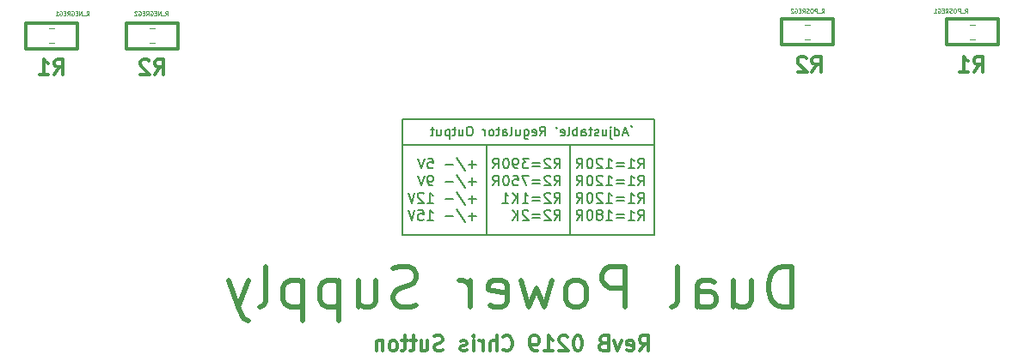
<source format=gbr>
G04 #@! TF.GenerationSoftware,KiCad,Pcbnew,(5.0.0-3-g5ebb6b6)*
G04 #@! TF.CreationDate,2019-01-11T00:48:24+00:00*
G04 #@! TF.ProjectId,AdjustablePSU,41646A75737461626C655053552E6B69,rev?*
G04 #@! TF.SameCoordinates,Original*
G04 #@! TF.FileFunction,Legend,Bot*
G04 #@! TF.FilePolarity,Positive*
%FSLAX46Y46*%
G04 Gerber Fmt 4.6, Leading zero omitted, Abs format (unit mm)*
G04 Created by KiCad (PCBNEW (5.0.0-3-g5ebb6b6)) date Friday, 11 January 2019 at 00:48:24*
%MOMM*%
%LPD*%
G01*
G04 APERTURE LIST*
%ADD10C,0.300000*%
%ADD11C,0.500000*%
%ADD12C,0.200000*%
%ADD13C,0.120000*%
%ADD14C,0.075000*%
G04 APERTURE END LIST*
D10*
X161125714Y-125773571D02*
X161625714Y-125059285D01*
X161982857Y-125773571D02*
X161982857Y-124273571D01*
X161411428Y-124273571D01*
X161268571Y-124345000D01*
X161197142Y-124416428D01*
X161125714Y-124559285D01*
X161125714Y-124773571D01*
X161197142Y-124916428D01*
X161268571Y-124987857D01*
X161411428Y-125059285D01*
X161982857Y-125059285D01*
X159911428Y-125702142D02*
X160054285Y-125773571D01*
X160340000Y-125773571D01*
X160482857Y-125702142D01*
X160554285Y-125559285D01*
X160554285Y-124987857D01*
X160482857Y-124845000D01*
X160340000Y-124773571D01*
X160054285Y-124773571D01*
X159911428Y-124845000D01*
X159840000Y-124987857D01*
X159840000Y-125130714D01*
X160554285Y-125273571D01*
X159340000Y-124773571D02*
X158982857Y-125773571D01*
X158625714Y-124773571D01*
X157554285Y-124987857D02*
X157340000Y-125059285D01*
X157268571Y-125130714D01*
X157197142Y-125273571D01*
X157197142Y-125487857D01*
X157268571Y-125630714D01*
X157340000Y-125702142D01*
X157482857Y-125773571D01*
X158054285Y-125773571D01*
X158054285Y-124273571D01*
X157554285Y-124273571D01*
X157411428Y-124345000D01*
X157340000Y-124416428D01*
X157268571Y-124559285D01*
X157268571Y-124702142D01*
X157340000Y-124845000D01*
X157411428Y-124916428D01*
X157554285Y-124987857D01*
X158054285Y-124987857D01*
X155125714Y-124273571D02*
X154982857Y-124273571D01*
X154840000Y-124345000D01*
X154768571Y-124416428D01*
X154697142Y-124559285D01*
X154625714Y-124845000D01*
X154625714Y-125202142D01*
X154697142Y-125487857D01*
X154768571Y-125630714D01*
X154840000Y-125702142D01*
X154982857Y-125773571D01*
X155125714Y-125773571D01*
X155268571Y-125702142D01*
X155340000Y-125630714D01*
X155411428Y-125487857D01*
X155482857Y-125202142D01*
X155482857Y-124845000D01*
X155411428Y-124559285D01*
X155340000Y-124416428D01*
X155268571Y-124345000D01*
X155125714Y-124273571D01*
X154054285Y-124416428D02*
X153982857Y-124345000D01*
X153840000Y-124273571D01*
X153482857Y-124273571D01*
X153340000Y-124345000D01*
X153268571Y-124416428D01*
X153197142Y-124559285D01*
X153197142Y-124702142D01*
X153268571Y-124916428D01*
X154125714Y-125773571D01*
X153197142Y-125773571D01*
X151768571Y-125773571D02*
X152625714Y-125773571D01*
X152197142Y-125773571D02*
X152197142Y-124273571D01*
X152340000Y-124487857D01*
X152482857Y-124630714D01*
X152625714Y-124702142D01*
X151054285Y-125773571D02*
X150768571Y-125773571D01*
X150625714Y-125702142D01*
X150554285Y-125630714D01*
X150411428Y-125416428D01*
X150340000Y-125130714D01*
X150340000Y-124559285D01*
X150411428Y-124416428D01*
X150482857Y-124345000D01*
X150625714Y-124273571D01*
X150911428Y-124273571D01*
X151054285Y-124345000D01*
X151125714Y-124416428D01*
X151197142Y-124559285D01*
X151197142Y-124916428D01*
X151125714Y-125059285D01*
X151054285Y-125130714D01*
X150911428Y-125202142D01*
X150625714Y-125202142D01*
X150482857Y-125130714D01*
X150411428Y-125059285D01*
X150340000Y-124916428D01*
X147697142Y-125630714D02*
X147768571Y-125702142D01*
X147982857Y-125773571D01*
X148125714Y-125773571D01*
X148340000Y-125702142D01*
X148482857Y-125559285D01*
X148554285Y-125416428D01*
X148625714Y-125130714D01*
X148625714Y-124916428D01*
X148554285Y-124630714D01*
X148482857Y-124487857D01*
X148340000Y-124345000D01*
X148125714Y-124273571D01*
X147982857Y-124273571D01*
X147768571Y-124345000D01*
X147697142Y-124416428D01*
X147054285Y-125773571D02*
X147054285Y-124273571D01*
X146411428Y-125773571D02*
X146411428Y-124987857D01*
X146482857Y-124845000D01*
X146625714Y-124773571D01*
X146840000Y-124773571D01*
X146982857Y-124845000D01*
X147054285Y-124916428D01*
X145697142Y-125773571D02*
X145697142Y-124773571D01*
X145697142Y-125059285D02*
X145625714Y-124916428D01*
X145554285Y-124845000D01*
X145411428Y-124773571D01*
X145268571Y-124773571D01*
X144768571Y-125773571D02*
X144768571Y-124773571D01*
X144768571Y-124273571D02*
X144840000Y-124345000D01*
X144768571Y-124416428D01*
X144697142Y-124345000D01*
X144768571Y-124273571D01*
X144768571Y-124416428D01*
X144125714Y-125702142D02*
X143982857Y-125773571D01*
X143697142Y-125773571D01*
X143554285Y-125702142D01*
X143482857Y-125559285D01*
X143482857Y-125487857D01*
X143554285Y-125345000D01*
X143697142Y-125273571D01*
X143911428Y-125273571D01*
X144054285Y-125202142D01*
X144125714Y-125059285D01*
X144125714Y-124987857D01*
X144054285Y-124845000D01*
X143911428Y-124773571D01*
X143697142Y-124773571D01*
X143554285Y-124845000D01*
X141768571Y-125702142D02*
X141554285Y-125773571D01*
X141197142Y-125773571D01*
X141054285Y-125702142D01*
X140982857Y-125630714D01*
X140911428Y-125487857D01*
X140911428Y-125345000D01*
X140982857Y-125202142D01*
X141054285Y-125130714D01*
X141197142Y-125059285D01*
X141482857Y-124987857D01*
X141625714Y-124916428D01*
X141697142Y-124845000D01*
X141768571Y-124702142D01*
X141768571Y-124559285D01*
X141697142Y-124416428D01*
X141625714Y-124345000D01*
X141482857Y-124273571D01*
X141125714Y-124273571D01*
X140911428Y-124345000D01*
X139625714Y-124773571D02*
X139625714Y-125773571D01*
X140268571Y-124773571D02*
X140268571Y-125559285D01*
X140197142Y-125702142D01*
X140054285Y-125773571D01*
X139840000Y-125773571D01*
X139697142Y-125702142D01*
X139625714Y-125630714D01*
X139125714Y-124773571D02*
X138554285Y-124773571D01*
X138911428Y-124273571D02*
X138911428Y-125559285D01*
X138840000Y-125702142D01*
X138697142Y-125773571D01*
X138554285Y-125773571D01*
X138268571Y-124773571D02*
X137697142Y-124773571D01*
X138054285Y-124273571D02*
X138054285Y-125559285D01*
X137982857Y-125702142D01*
X137840000Y-125773571D01*
X137697142Y-125773571D01*
X136982857Y-125773571D02*
X137125714Y-125702142D01*
X137197142Y-125630714D01*
X137268571Y-125487857D01*
X137268571Y-125059285D01*
X137197142Y-124916428D01*
X137125714Y-124845000D01*
X136982857Y-124773571D01*
X136768571Y-124773571D01*
X136625714Y-124845000D01*
X136554285Y-124916428D01*
X136482857Y-125059285D01*
X136482857Y-125487857D01*
X136554285Y-125630714D01*
X136625714Y-125702142D01*
X136768571Y-125773571D01*
X136982857Y-125773571D01*
X135840000Y-124773571D02*
X135840000Y-125773571D01*
X135840000Y-124916428D02*
X135768571Y-124845000D01*
X135625714Y-124773571D01*
X135411428Y-124773571D01*
X135268571Y-124845000D01*
X135197142Y-124987857D01*
X135197142Y-125773571D01*
D11*
X176113809Y-121443523D02*
X176113809Y-117443523D01*
X175161428Y-117443523D01*
X174590000Y-117634000D01*
X174209047Y-118014952D01*
X174018571Y-118395904D01*
X173828095Y-119157809D01*
X173828095Y-119729238D01*
X174018571Y-120491142D01*
X174209047Y-120872095D01*
X174590000Y-121253047D01*
X175161428Y-121443523D01*
X176113809Y-121443523D01*
X170399523Y-118776857D02*
X170399523Y-121443523D01*
X172113809Y-118776857D02*
X172113809Y-120872095D01*
X171923333Y-121253047D01*
X171542380Y-121443523D01*
X170970952Y-121443523D01*
X170590000Y-121253047D01*
X170399523Y-121062571D01*
X166780476Y-121443523D02*
X166780476Y-119348285D01*
X166970952Y-118967333D01*
X167351904Y-118776857D01*
X168113809Y-118776857D01*
X168494761Y-118967333D01*
X166780476Y-121253047D02*
X167161428Y-121443523D01*
X168113809Y-121443523D01*
X168494761Y-121253047D01*
X168685238Y-120872095D01*
X168685238Y-120491142D01*
X168494761Y-120110190D01*
X168113809Y-119919714D01*
X167161428Y-119919714D01*
X166780476Y-119729238D01*
X164304285Y-121443523D02*
X164685238Y-121253047D01*
X164875714Y-120872095D01*
X164875714Y-117443523D01*
X159732857Y-121443523D02*
X159732857Y-117443523D01*
X158209047Y-117443523D01*
X157828095Y-117634000D01*
X157637619Y-117824476D01*
X157447142Y-118205428D01*
X157447142Y-118776857D01*
X157637619Y-119157809D01*
X157828095Y-119348285D01*
X158209047Y-119538761D01*
X159732857Y-119538761D01*
X155161428Y-121443523D02*
X155542380Y-121253047D01*
X155732857Y-121062571D01*
X155923333Y-120681619D01*
X155923333Y-119538761D01*
X155732857Y-119157809D01*
X155542380Y-118967333D01*
X155161428Y-118776857D01*
X154590000Y-118776857D01*
X154209047Y-118967333D01*
X154018571Y-119157809D01*
X153828095Y-119538761D01*
X153828095Y-120681619D01*
X154018571Y-121062571D01*
X154209047Y-121253047D01*
X154590000Y-121443523D01*
X155161428Y-121443523D01*
X152494761Y-118776857D02*
X151732857Y-121443523D01*
X150970952Y-119538761D01*
X150209047Y-121443523D01*
X149447142Y-118776857D01*
X146399523Y-121253047D02*
X146780476Y-121443523D01*
X147542380Y-121443523D01*
X147923333Y-121253047D01*
X148113809Y-120872095D01*
X148113809Y-119348285D01*
X147923333Y-118967333D01*
X147542380Y-118776857D01*
X146780476Y-118776857D01*
X146399523Y-118967333D01*
X146209047Y-119348285D01*
X146209047Y-119729238D01*
X148113809Y-120110190D01*
X144494761Y-121443523D02*
X144494761Y-118776857D01*
X144494761Y-119538761D02*
X144304285Y-119157809D01*
X144113809Y-118967333D01*
X143732857Y-118776857D01*
X143351904Y-118776857D01*
X139161428Y-121253047D02*
X138590000Y-121443523D01*
X137637619Y-121443523D01*
X137256666Y-121253047D01*
X137066190Y-121062571D01*
X136875714Y-120681619D01*
X136875714Y-120300666D01*
X137066190Y-119919714D01*
X137256666Y-119729238D01*
X137637619Y-119538761D01*
X138399523Y-119348285D01*
X138780476Y-119157809D01*
X138970952Y-118967333D01*
X139161428Y-118586380D01*
X139161428Y-118205428D01*
X138970952Y-117824476D01*
X138780476Y-117634000D01*
X138399523Y-117443523D01*
X137447142Y-117443523D01*
X136875714Y-117634000D01*
X133447142Y-118776857D02*
X133447142Y-121443523D01*
X135161428Y-118776857D02*
X135161428Y-120872095D01*
X134970952Y-121253047D01*
X134590000Y-121443523D01*
X134018571Y-121443523D01*
X133637619Y-121253047D01*
X133447142Y-121062571D01*
X131542380Y-118776857D02*
X131542380Y-122776857D01*
X131542380Y-118967333D02*
X131161428Y-118776857D01*
X130399523Y-118776857D01*
X130018571Y-118967333D01*
X129828095Y-119157809D01*
X129637619Y-119538761D01*
X129637619Y-120681619D01*
X129828095Y-121062571D01*
X130018571Y-121253047D01*
X130399523Y-121443523D01*
X131161428Y-121443523D01*
X131542380Y-121253047D01*
X127923333Y-118776857D02*
X127923333Y-122776857D01*
X127923333Y-118967333D02*
X127542380Y-118776857D01*
X126780476Y-118776857D01*
X126399523Y-118967333D01*
X126209047Y-119157809D01*
X126018571Y-119538761D01*
X126018571Y-120681619D01*
X126209047Y-121062571D01*
X126399523Y-121253047D01*
X126780476Y-121443523D01*
X127542380Y-121443523D01*
X127923333Y-121253047D01*
X123732857Y-121443523D02*
X124113809Y-121253047D01*
X124304285Y-120872095D01*
X124304285Y-117443523D01*
X122589999Y-118776857D02*
X121637619Y-121443523D01*
X120685238Y-118776857D02*
X121637619Y-121443523D01*
X122018571Y-122395904D01*
X122209047Y-122586380D01*
X122589999Y-122776857D01*
D12*
X154305000Y-114300000D02*
X154305000Y-105410000D01*
X146050000Y-114300000D02*
X146050000Y-105410000D01*
X162560000Y-114300000D02*
X162560000Y-102870000D01*
X137795000Y-114300000D02*
X137795000Y-102870000D01*
X137795000Y-105410000D02*
X162560000Y-105410000D01*
X137795000Y-102870000D02*
X162560000Y-102870000D01*
X137795000Y-114300000D02*
X162560000Y-114300000D01*
X160352142Y-103690000D02*
X160352142Y-103647142D01*
X160309285Y-103561428D01*
X160266428Y-103518571D01*
X159923571Y-104290000D02*
X159495000Y-104290000D01*
X160009285Y-104547142D02*
X159709285Y-103647142D01*
X159409285Y-104547142D01*
X158723571Y-104547142D02*
X158723571Y-103647142D01*
X158723571Y-104504285D02*
X158809285Y-104547142D01*
X158980714Y-104547142D01*
X159066428Y-104504285D01*
X159109285Y-104461428D01*
X159152142Y-104375714D01*
X159152142Y-104118571D01*
X159109285Y-104032857D01*
X159066428Y-103990000D01*
X158980714Y-103947142D01*
X158809285Y-103947142D01*
X158723571Y-103990000D01*
X158295000Y-103947142D02*
X158295000Y-104718571D01*
X158337857Y-104804285D01*
X158423571Y-104847142D01*
X158466428Y-104847142D01*
X158295000Y-103647142D02*
X158337857Y-103690000D01*
X158295000Y-103732857D01*
X158252142Y-103690000D01*
X158295000Y-103647142D01*
X158295000Y-103732857D01*
X157480714Y-103947142D02*
X157480714Y-104547142D01*
X157866428Y-103947142D02*
X157866428Y-104418571D01*
X157823571Y-104504285D01*
X157737857Y-104547142D01*
X157609285Y-104547142D01*
X157523571Y-104504285D01*
X157480714Y-104461428D01*
X157095000Y-104504285D02*
X157009285Y-104547142D01*
X156837857Y-104547142D01*
X156752142Y-104504285D01*
X156709285Y-104418571D01*
X156709285Y-104375714D01*
X156752142Y-104290000D01*
X156837857Y-104247142D01*
X156966428Y-104247142D01*
X157052142Y-104204285D01*
X157095000Y-104118571D01*
X157095000Y-104075714D01*
X157052142Y-103990000D01*
X156966428Y-103947142D01*
X156837857Y-103947142D01*
X156752142Y-103990000D01*
X156452142Y-103947142D02*
X156109285Y-103947142D01*
X156323571Y-103647142D02*
X156323571Y-104418571D01*
X156280714Y-104504285D01*
X156195000Y-104547142D01*
X156109285Y-104547142D01*
X155423571Y-104547142D02*
X155423571Y-104075714D01*
X155466428Y-103990000D01*
X155552142Y-103947142D01*
X155723571Y-103947142D01*
X155809285Y-103990000D01*
X155423571Y-104504285D02*
X155509285Y-104547142D01*
X155723571Y-104547142D01*
X155809285Y-104504285D01*
X155852142Y-104418571D01*
X155852142Y-104332857D01*
X155809285Y-104247142D01*
X155723571Y-104204285D01*
X155509285Y-104204285D01*
X155423571Y-104161428D01*
X154995000Y-104547142D02*
X154995000Y-103647142D01*
X154995000Y-103990000D02*
X154909285Y-103947142D01*
X154737857Y-103947142D01*
X154652142Y-103990000D01*
X154609285Y-104032857D01*
X154566428Y-104118571D01*
X154566428Y-104375714D01*
X154609285Y-104461428D01*
X154652142Y-104504285D01*
X154737857Y-104547142D01*
X154909285Y-104547142D01*
X154995000Y-104504285D01*
X154052142Y-104547142D02*
X154137857Y-104504285D01*
X154180714Y-104418571D01*
X154180714Y-103647142D01*
X153366428Y-104504285D02*
X153452142Y-104547142D01*
X153623571Y-104547142D01*
X153709285Y-104504285D01*
X153752142Y-104418571D01*
X153752142Y-104075714D01*
X153709285Y-103990000D01*
X153623571Y-103947142D01*
X153452142Y-103947142D01*
X153366428Y-103990000D01*
X153323571Y-104075714D01*
X153323571Y-104161428D01*
X153752142Y-104247142D01*
X152895000Y-103647142D02*
X152895000Y-103690000D01*
X152937857Y-103775714D01*
X152980714Y-103818571D01*
X151309285Y-104547142D02*
X151609285Y-104118571D01*
X151823571Y-104547142D02*
X151823571Y-103647142D01*
X151480714Y-103647142D01*
X151395000Y-103690000D01*
X151352142Y-103732857D01*
X151309285Y-103818571D01*
X151309285Y-103947142D01*
X151352142Y-104032857D01*
X151395000Y-104075714D01*
X151480714Y-104118571D01*
X151823571Y-104118571D01*
X150580714Y-104504285D02*
X150666428Y-104547142D01*
X150837857Y-104547142D01*
X150923571Y-104504285D01*
X150966428Y-104418571D01*
X150966428Y-104075714D01*
X150923571Y-103990000D01*
X150837857Y-103947142D01*
X150666428Y-103947142D01*
X150580714Y-103990000D01*
X150537857Y-104075714D01*
X150537857Y-104161428D01*
X150966428Y-104247142D01*
X149766428Y-103947142D02*
X149766428Y-104675714D01*
X149809285Y-104761428D01*
X149852142Y-104804285D01*
X149937857Y-104847142D01*
X150066428Y-104847142D01*
X150152142Y-104804285D01*
X149766428Y-104504285D02*
X149852142Y-104547142D01*
X150023571Y-104547142D01*
X150109285Y-104504285D01*
X150152142Y-104461428D01*
X150195000Y-104375714D01*
X150195000Y-104118571D01*
X150152142Y-104032857D01*
X150109285Y-103990000D01*
X150023571Y-103947142D01*
X149852142Y-103947142D01*
X149766428Y-103990000D01*
X148952142Y-103947142D02*
X148952142Y-104547142D01*
X149337857Y-103947142D02*
X149337857Y-104418571D01*
X149295000Y-104504285D01*
X149209285Y-104547142D01*
X149080714Y-104547142D01*
X148995000Y-104504285D01*
X148952142Y-104461428D01*
X148395000Y-104547142D02*
X148480714Y-104504285D01*
X148523571Y-104418571D01*
X148523571Y-103647142D01*
X147666428Y-104547142D02*
X147666428Y-104075714D01*
X147709285Y-103990000D01*
X147795000Y-103947142D01*
X147966428Y-103947142D01*
X148052142Y-103990000D01*
X147666428Y-104504285D02*
X147752142Y-104547142D01*
X147966428Y-104547142D01*
X148052142Y-104504285D01*
X148095000Y-104418571D01*
X148095000Y-104332857D01*
X148052142Y-104247142D01*
X147966428Y-104204285D01*
X147752142Y-104204285D01*
X147666428Y-104161428D01*
X147366428Y-103947142D02*
X147023571Y-103947142D01*
X147237857Y-103647142D02*
X147237857Y-104418571D01*
X147195000Y-104504285D01*
X147109285Y-104547142D01*
X147023571Y-104547142D01*
X146595000Y-104547142D02*
X146680714Y-104504285D01*
X146723571Y-104461428D01*
X146766428Y-104375714D01*
X146766428Y-104118571D01*
X146723571Y-104032857D01*
X146680714Y-103990000D01*
X146595000Y-103947142D01*
X146466428Y-103947142D01*
X146380714Y-103990000D01*
X146337857Y-104032857D01*
X146295000Y-104118571D01*
X146295000Y-104375714D01*
X146337857Y-104461428D01*
X146380714Y-104504285D01*
X146466428Y-104547142D01*
X146595000Y-104547142D01*
X145909285Y-104547142D02*
X145909285Y-103947142D01*
X145909285Y-104118571D02*
X145866428Y-104032857D01*
X145823571Y-103990000D01*
X145737857Y-103947142D01*
X145652142Y-103947142D01*
X144495000Y-103647142D02*
X144323571Y-103647142D01*
X144237857Y-103690000D01*
X144152142Y-103775714D01*
X144109285Y-103947142D01*
X144109285Y-104247142D01*
X144152142Y-104418571D01*
X144237857Y-104504285D01*
X144323571Y-104547142D01*
X144495000Y-104547142D01*
X144580714Y-104504285D01*
X144666428Y-104418571D01*
X144709285Y-104247142D01*
X144709285Y-103947142D01*
X144666428Y-103775714D01*
X144580714Y-103690000D01*
X144495000Y-103647142D01*
X143337857Y-103947142D02*
X143337857Y-104547142D01*
X143723571Y-103947142D02*
X143723571Y-104418571D01*
X143680714Y-104504285D01*
X143595000Y-104547142D01*
X143466428Y-104547142D01*
X143380714Y-104504285D01*
X143337857Y-104461428D01*
X143037857Y-103947142D02*
X142695000Y-103947142D01*
X142909285Y-103647142D02*
X142909285Y-104418571D01*
X142866428Y-104504285D01*
X142780714Y-104547142D01*
X142695000Y-104547142D01*
X142395000Y-103947142D02*
X142395000Y-104847142D01*
X142395000Y-103990000D02*
X142309285Y-103947142D01*
X142137857Y-103947142D01*
X142052142Y-103990000D01*
X142009285Y-104032857D01*
X141966428Y-104118571D01*
X141966428Y-104375714D01*
X142009285Y-104461428D01*
X142052142Y-104504285D01*
X142137857Y-104547142D01*
X142309285Y-104547142D01*
X142395000Y-104504285D01*
X141195000Y-103947142D02*
X141195000Y-104547142D01*
X141580714Y-103947142D02*
X141580714Y-104418571D01*
X141537857Y-104504285D01*
X141452142Y-104547142D01*
X141323571Y-104547142D01*
X141237857Y-104504285D01*
X141195000Y-104461428D01*
X140895000Y-103947142D02*
X140552142Y-103947142D01*
X140766428Y-103647142D02*
X140766428Y-104418571D01*
X140723571Y-104504285D01*
X140637857Y-104547142D01*
X140552142Y-104547142D01*
X145046904Y-107376428D02*
X144285000Y-107376428D01*
X144665952Y-107757380D02*
X144665952Y-106995476D01*
X143094523Y-106709761D02*
X143951666Y-107995476D01*
X142761190Y-107376428D02*
X141999285Y-107376428D01*
X140285000Y-106757380D02*
X140761190Y-106757380D01*
X140808809Y-107233571D01*
X140761190Y-107185952D01*
X140665952Y-107138333D01*
X140427857Y-107138333D01*
X140332619Y-107185952D01*
X140285000Y-107233571D01*
X140237380Y-107328809D01*
X140237380Y-107566904D01*
X140285000Y-107662142D01*
X140332619Y-107709761D01*
X140427857Y-107757380D01*
X140665952Y-107757380D01*
X140761190Y-107709761D01*
X140808809Y-107662142D01*
X139951666Y-106757380D02*
X139618333Y-107757380D01*
X139285000Y-106757380D01*
X145046904Y-109076428D02*
X144285000Y-109076428D01*
X144665952Y-109457380D02*
X144665952Y-108695476D01*
X143094523Y-108409761D02*
X143951666Y-109695476D01*
X142761190Y-109076428D02*
X141999285Y-109076428D01*
X140713571Y-109457380D02*
X140523095Y-109457380D01*
X140427857Y-109409761D01*
X140380238Y-109362142D01*
X140285000Y-109219285D01*
X140237380Y-109028809D01*
X140237380Y-108647857D01*
X140285000Y-108552619D01*
X140332619Y-108505000D01*
X140427857Y-108457380D01*
X140618333Y-108457380D01*
X140713571Y-108505000D01*
X140761190Y-108552619D01*
X140808809Y-108647857D01*
X140808809Y-108885952D01*
X140761190Y-108981190D01*
X140713571Y-109028809D01*
X140618333Y-109076428D01*
X140427857Y-109076428D01*
X140332619Y-109028809D01*
X140285000Y-108981190D01*
X140237380Y-108885952D01*
X139951666Y-108457380D02*
X139618333Y-109457380D01*
X139285000Y-108457380D01*
X145046904Y-110776428D02*
X144285000Y-110776428D01*
X144665952Y-111157380D02*
X144665952Y-110395476D01*
X143094523Y-110109761D02*
X143951666Y-111395476D01*
X142761190Y-110776428D02*
X141999285Y-110776428D01*
X140237380Y-111157380D02*
X140808809Y-111157380D01*
X140523095Y-111157380D02*
X140523095Y-110157380D01*
X140618333Y-110300238D01*
X140713571Y-110395476D01*
X140808809Y-110443095D01*
X139856428Y-110252619D02*
X139808809Y-110205000D01*
X139713571Y-110157380D01*
X139475476Y-110157380D01*
X139380238Y-110205000D01*
X139332619Y-110252619D01*
X139285000Y-110347857D01*
X139285000Y-110443095D01*
X139332619Y-110585952D01*
X139904047Y-111157380D01*
X139285000Y-111157380D01*
X138999285Y-110157380D02*
X138665952Y-111157380D01*
X138332619Y-110157380D01*
X145046904Y-112476428D02*
X144285000Y-112476428D01*
X144665952Y-112857380D02*
X144665952Y-112095476D01*
X143094523Y-111809761D02*
X143951666Y-113095476D01*
X142761190Y-112476428D02*
X141999285Y-112476428D01*
X140237380Y-112857380D02*
X140808809Y-112857380D01*
X140523095Y-112857380D02*
X140523095Y-111857380D01*
X140618333Y-112000238D01*
X140713571Y-112095476D01*
X140808809Y-112143095D01*
X139332619Y-111857380D02*
X139808809Y-111857380D01*
X139856428Y-112333571D01*
X139808809Y-112285952D01*
X139713571Y-112238333D01*
X139475476Y-112238333D01*
X139380238Y-112285952D01*
X139332619Y-112333571D01*
X139285000Y-112428809D01*
X139285000Y-112666904D01*
X139332619Y-112762142D01*
X139380238Y-112809761D01*
X139475476Y-112857380D01*
X139713571Y-112857380D01*
X139808809Y-112809761D01*
X139856428Y-112762142D01*
X138999285Y-111857380D02*
X138665952Y-112857380D01*
X138332619Y-111857380D01*
X152730476Y-107757380D02*
X153063809Y-107281190D01*
X153301904Y-107757380D02*
X153301904Y-106757380D01*
X152920952Y-106757380D01*
X152825714Y-106805000D01*
X152778095Y-106852619D01*
X152730476Y-106947857D01*
X152730476Y-107090714D01*
X152778095Y-107185952D01*
X152825714Y-107233571D01*
X152920952Y-107281190D01*
X153301904Y-107281190D01*
X152349523Y-106852619D02*
X152301904Y-106805000D01*
X152206666Y-106757380D01*
X151968571Y-106757380D01*
X151873333Y-106805000D01*
X151825714Y-106852619D01*
X151778095Y-106947857D01*
X151778095Y-107043095D01*
X151825714Y-107185952D01*
X152397142Y-107757380D01*
X151778095Y-107757380D01*
X151349523Y-107233571D02*
X150587619Y-107233571D01*
X150587619Y-107519285D02*
X151349523Y-107519285D01*
X150206666Y-106757380D02*
X149587619Y-106757380D01*
X149920952Y-107138333D01*
X149778095Y-107138333D01*
X149682857Y-107185952D01*
X149635238Y-107233571D01*
X149587619Y-107328809D01*
X149587619Y-107566904D01*
X149635238Y-107662142D01*
X149682857Y-107709761D01*
X149778095Y-107757380D01*
X150063809Y-107757380D01*
X150159047Y-107709761D01*
X150206666Y-107662142D01*
X149111428Y-107757380D02*
X148920952Y-107757380D01*
X148825714Y-107709761D01*
X148778095Y-107662142D01*
X148682857Y-107519285D01*
X148635238Y-107328809D01*
X148635238Y-106947857D01*
X148682857Y-106852619D01*
X148730476Y-106805000D01*
X148825714Y-106757380D01*
X149016190Y-106757380D01*
X149111428Y-106805000D01*
X149159047Y-106852619D01*
X149206666Y-106947857D01*
X149206666Y-107185952D01*
X149159047Y-107281190D01*
X149111428Y-107328809D01*
X149016190Y-107376428D01*
X148825714Y-107376428D01*
X148730476Y-107328809D01*
X148682857Y-107281190D01*
X148635238Y-107185952D01*
X148016190Y-106757380D02*
X147920952Y-106757380D01*
X147825714Y-106805000D01*
X147778095Y-106852619D01*
X147730476Y-106947857D01*
X147682857Y-107138333D01*
X147682857Y-107376428D01*
X147730476Y-107566904D01*
X147778095Y-107662142D01*
X147825714Y-107709761D01*
X147920952Y-107757380D01*
X148016190Y-107757380D01*
X148111428Y-107709761D01*
X148159047Y-107662142D01*
X148206666Y-107566904D01*
X148254285Y-107376428D01*
X148254285Y-107138333D01*
X148206666Y-106947857D01*
X148159047Y-106852619D01*
X148111428Y-106805000D01*
X148016190Y-106757380D01*
X146682857Y-107757380D02*
X147016190Y-107281190D01*
X147254285Y-107757380D02*
X147254285Y-106757380D01*
X146873333Y-106757380D01*
X146778095Y-106805000D01*
X146730476Y-106852619D01*
X146682857Y-106947857D01*
X146682857Y-107090714D01*
X146730476Y-107185952D01*
X146778095Y-107233571D01*
X146873333Y-107281190D01*
X147254285Y-107281190D01*
X152730476Y-109457380D02*
X153063809Y-108981190D01*
X153301904Y-109457380D02*
X153301904Y-108457380D01*
X152920952Y-108457380D01*
X152825714Y-108505000D01*
X152778095Y-108552619D01*
X152730476Y-108647857D01*
X152730476Y-108790714D01*
X152778095Y-108885952D01*
X152825714Y-108933571D01*
X152920952Y-108981190D01*
X153301904Y-108981190D01*
X152349523Y-108552619D02*
X152301904Y-108505000D01*
X152206666Y-108457380D01*
X151968571Y-108457380D01*
X151873333Y-108505000D01*
X151825714Y-108552619D01*
X151778095Y-108647857D01*
X151778095Y-108743095D01*
X151825714Y-108885952D01*
X152397142Y-109457380D01*
X151778095Y-109457380D01*
X151349523Y-108933571D02*
X150587619Y-108933571D01*
X150587619Y-109219285D02*
X151349523Y-109219285D01*
X150206666Y-108457380D02*
X149540000Y-108457380D01*
X149968571Y-109457380D01*
X148682857Y-108457380D02*
X149159047Y-108457380D01*
X149206666Y-108933571D01*
X149159047Y-108885952D01*
X149063809Y-108838333D01*
X148825714Y-108838333D01*
X148730476Y-108885952D01*
X148682857Y-108933571D01*
X148635238Y-109028809D01*
X148635238Y-109266904D01*
X148682857Y-109362142D01*
X148730476Y-109409761D01*
X148825714Y-109457380D01*
X149063809Y-109457380D01*
X149159047Y-109409761D01*
X149206666Y-109362142D01*
X148016190Y-108457380D02*
X147920952Y-108457380D01*
X147825714Y-108505000D01*
X147778095Y-108552619D01*
X147730476Y-108647857D01*
X147682857Y-108838333D01*
X147682857Y-109076428D01*
X147730476Y-109266904D01*
X147778095Y-109362142D01*
X147825714Y-109409761D01*
X147920952Y-109457380D01*
X148016190Y-109457380D01*
X148111428Y-109409761D01*
X148159047Y-109362142D01*
X148206666Y-109266904D01*
X148254285Y-109076428D01*
X148254285Y-108838333D01*
X148206666Y-108647857D01*
X148159047Y-108552619D01*
X148111428Y-108505000D01*
X148016190Y-108457380D01*
X146682857Y-109457380D02*
X147016190Y-108981190D01*
X147254285Y-109457380D02*
X147254285Y-108457380D01*
X146873333Y-108457380D01*
X146778095Y-108505000D01*
X146730476Y-108552619D01*
X146682857Y-108647857D01*
X146682857Y-108790714D01*
X146730476Y-108885952D01*
X146778095Y-108933571D01*
X146873333Y-108981190D01*
X147254285Y-108981190D01*
X152730476Y-111157380D02*
X153063809Y-110681190D01*
X153301904Y-111157380D02*
X153301904Y-110157380D01*
X152920952Y-110157380D01*
X152825714Y-110205000D01*
X152778095Y-110252619D01*
X152730476Y-110347857D01*
X152730476Y-110490714D01*
X152778095Y-110585952D01*
X152825714Y-110633571D01*
X152920952Y-110681190D01*
X153301904Y-110681190D01*
X152349523Y-110252619D02*
X152301904Y-110205000D01*
X152206666Y-110157380D01*
X151968571Y-110157380D01*
X151873333Y-110205000D01*
X151825714Y-110252619D01*
X151778095Y-110347857D01*
X151778095Y-110443095D01*
X151825714Y-110585952D01*
X152397142Y-111157380D01*
X151778095Y-111157380D01*
X151349523Y-110633571D02*
X150587619Y-110633571D01*
X150587619Y-110919285D02*
X151349523Y-110919285D01*
X149587619Y-111157380D02*
X150159047Y-111157380D01*
X149873333Y-111157380D02*
X149873333Y-110157380D01*
X149968571Y-110300238D01*
X150063809Y-110395476D01*
X150159047Y-110443095D01*
X149159047Y-111157380D02*
X149159047Y-110157380D01*
X148587619Y-111157380D02*
X149016190Y-110585952D01*
X148587619Y-110157380D02*
X149159047Y-110728809D01*
X147635238Y-111157380D02*
X148206666Y-111157380D01*
X147920952Y-111157380D02*
X147920952Y-110157380D01*
X148016190Y-110300238D01*
X148111428Y-110395476D01*
X148206666Y-110443095D01*
X152730476Y-112857380D02*
X153063809Y-112381190D01*
X153301904Y-112857380D02*
X153301904Y-111857380D01*
X152920952Y-111857380D01*
X152825714Y-111905000D01*
X152778095Y-111952619D01*
X152730476Y-112047857D01*
X152730476Y-112190714D01*
X152778095Y-112285952D01*
X152825714Y-112333571D01*
X152920952Y-112381190D01*
X153301904Y-112381190D01*
X152349523Y-111952619D02*
X152301904Y-111905000D01*
X152206666Y-111857380D01*
X151968571Y-111857380D01*
X151873333Y-111905000D01*
X151825714Y-111952619D01*
X151778095Y-112047857D01*
X151778095Y-112143095D01*
X151825714Y-112285952D01*
X152397142Y-112857380D01*
X151778095Y-112857380D01*
X151349523Y-112333571D02*
X150587619Y-112333571D01*
X150587619Y-112619285D02*
X151349523Y-112619285D01*
X150159047Y-111952619D02*
X150111428Y-111905000D01*
X150016190Y-111857380D01*
X149778095Y-111857380D01*
X149682857Y-111905000D01*
X149635238Y-111952619D01*
X149587619Y-112047857D01*
X149587619Y-112143095D01*
X149635238Y-112285952D01*
X150206666Y-112857380D01*
X149587619Y-112857380D01*
X149159047Y-112857380D02*
X149159047Y-111857380D01*
X148587619Y-112857380D02*
X149016190Y-112285952D01*
X148587619Y-111857380D02*
X149159047Y-112428809D01*
X160985476Y-107757380D02*
X161318809Y-107281190D01*
X161556904Y-107757380D02*
X161556904Y-106757380D01*
X161175952Y-106757380D01*
X161080714Y-106805000D01*
X161033095Y-106852619D01*
X160985476Y-106947857D01*
X160985476Y-107090714D01*
X161033095Y-107185952D01*
X161080714Y-107233571D01*
X161175952Y-107281190D01*
X161556904Y-107281190D01*
X160033095Y-107757380D02*
X160604523Y-107757380D01*
X160318809Y-107757380D02*
X160318809Y-106757380D01*
X160414047Y-106900238D01*
X160509285Y-106995476D01*
X160604523Y-107043095D01*
X159604523Y-107233571D02*
X158842619Y-107233571D01*
X158842619Y-107519285D02*
X159604523Y-107519285D01*
X157842619Y-107757380D02*
X158414047Y-107757380D01*
X158128333Y-107757380D02*
X158128333Y-106757380D01*
X158223571Y-106900238D01*
X158318809Y-106995476D01*
X158414047Y-107043095D01*
X157461666Y-106852619D02*
X157414047Y-106805000D01*
X157318809Y-106757380D01*
X157080714Y-106757380D01*
X156985476Y-106805000D01*
X156937857Y-106852619D01*
X156890238Y-106947857D01*
X156890238Y-107043095D01*
X156937857Y-107185952D01*
X157509285Y-107757380D01*
X156890238Y-107757380D01*
X156271190Y-106757380D02*
X156175952Y-106757380D01*
X156080714Y-106805000D01*
X156033095Y-106852619D01*
X155985476Y-106947857D01*
X155937857Y-107138333D01*
X155937857Y-107376428D01*
X155985476Y-107566904D01*
X156033095Y-107662142D01*
X156080714Y-107709761D01*
X156175952Y-107757380D01*
X156271190Y-107757380D01*
X156366428Y-107709761D01*
X156414047Y-107662142D01*
X156461666Y-107566904D01*
X156509285Y-107376428D01*
X156509285Y-107138333D01*
X156461666Y-106947857D01*
X156414047Y-106852619D01*
X156366428Y-106805000D01*
X156271190Y-106757380D01*
X154937857Y-107757380D02*
X155271190Y-107281190D01*
X155509285Y-107757380D02*
X155509285Y-106757380D01*
X155128333Y-106757380D01*
X155033095Y-106805000D01*
X154985476Y-106852619D01*
X154937857Y-106947857D01*
X154937857Y-107090714D01*
X154985476Y-107185952D01*
X155033095Y-107233571D01*
X155128333Y-107281190D01*
X155509285Y-107281190D01*
X160985476Y-109457380D02*
X161318809Y-108981190D01*
X161556904Y-109457380D02*
X161556904Y-108457380D01*
X161175952Y-108457380D01*
X161080714Y-108505000D01*
X161033095Y-108552619D01*
X160985476Y-108647857D01*
X160985476Y-108790714D01*
X161033095Y-108885952D01*
X161080714Y-108933571D01*
X161175952Y-108981190D01*
X161556904Y-108981190D01*
X160033095Y-109457380D02*
X160604523Y-109457380D01*
X160318809Y-109457380D02*
X160318809Y-108457380D01*
X160414047Y-108600238D01*
X160509285Y-108695476D01*
X160604523Y-108743095D01*
X159604523Y-108933571D02*
X158842619Y-108933571D01*
X158842619Y-109219285D02*
X159604523Y-109219285D01*
X157842619Y-109457380D02*
X158414047Y-109457380D01*
X158128333Y-109457380D02*
X158128333Y-108457380D01*
X158223571Y-108600238D01*
X158318809Y-108695476D01*
X158414047Y-108743095D01*
X157461666Y-108552619D02*
X157414047Y-108505000D01*
X157318809Y-108457380D01*
X157080714Y-108457380D01*
X156985476Y-108505000D01*
X156937857Y-108552619D01*
X156890238Y-108647857D01*
X156890238Y-108743095D01*
X156937857Y-108885952D01*
X157509285Y-109457380D01*
X156890238Y-109457380D01*
X156271190Y-108457380D02*
X156175952Y-108457380D01*
X156080714Y-108505000D01*
X156033095Y-108552619D01*
X155985476Y-108647857D01*
X155937857Y-108838333D01*
X155937857Y-109076428D01*
X155985476Y-109266904D01*
X156033095Y-109362142D01*
X156080714Y-109409761D01*
X156175952Y-109457380D01*
X156271190Y-109457380D01*
X156366428Y-109409761D01*
X156414047Y-109362142D01*
X156461666Y-109266904D01*
X156509285Y-109076428D01*
X156509285Y-108838333D01*
X156461666Y-108647857D01*
X156414047Y-108552619D01*
X156366428Y-108505000D01*
X156271190Y-108457380D01*
X154937857Y-109457380D02*
X155271190Y-108981190D01*
X155509285Y-109457380D02*
X155509285Y-108457380D01*
X155128333Y-108457380D01*
X155033095Y-108505000D01*
X154985476Y-108552619D01*
X154937857Y-108647857D01*
X154937857Y-108790714D01*
X154985476Y-108885952D01*
X155033095Y-108933571D01*
X155128333Y-108981190D01*
X155509285Y-108981190D01*
X160985476Y-111157380D02*
X161318809Y-110681190D01*
X161556904Y-111157380D02*
X161556904Y-110157380D01*
X161175952Y-110157380D01*
X161080714Y-110205000D01*
X161033095Y-110252619D01*
X160985476Y-110347857D01*
X160985476Y-110490714D01*
X161033095Y-110585952D01*
X161080714Y-110633571D01*
X161175952Y-110681190D01*
X161556904Y-110681190D01*
X160033095Y-111157380D02*
X160604523Y-111157380D01*
X160318809Y-111157380D02*
X160318809Y-110157380D01*
X160414047Y-110300238D01*
X160509285Y-110395476D01*
X160604523Y-110443095D01*
X159604523Y-110633571D02*
X158842619Y-110633571D01*
X158842619Y-110919285D02*
X159604523Y-110919285D01*
X157842619Y-111157380D02*
X158414047Y-111157380D01*
X158128333Y-111157380D02*
X158128333Y-110157380D01*
X158223571Y-110300238D01*
X158318809Y-110395476D01*
X158414047Y-110443095D01*
X157461666Y-110252619D02*
X157414047Y-110205000D01*
X157318809Y-110157380D01*
X157080714Y-110157380D01*
X156985476Y-110205000D01*
X156937857Y-110252619D01*
X156890238Y-110347857D01*
X156890238Y-110443095D01*
X156937857Y-110585952D01*
X157509285Y-111157380D01*
X156890238Y-111157380D01*
X156271190Y-110157380D02*
X156175952Y-110157380D01*
X156080714Y-110205000D01*
X156033095Y-110252619D01*
X155985476Y-110347857D01*
X155937857Y-110538333D01*
X155937857Y-110776428D01*
X155985476Y-110966904D01*
X156033095Y-111062142D01*
X156080714Y-111109761D01*
X156175952Y-111157380D01*
X156271190Y-111157380D01*
X156366428Y-111109761D01*
X156414047Y-111062142D01*
X156461666Y-110966904D01*
X156509285Y-110776428D01*
X156509285Y-110538333D01*
X156461666Y-110347857D01*
X156414047Y-110252619D01*
X156366428Y-110205000D01*
X156271190Y-110157380D01*
X154937857Y-111157380D02*
X155271190Y-110681190D01*
X155509285Y-111157380D02*
X155509285Y-110157380D01*
X155128333Y-110157380D01*
X155033095Y-110205000D01*
X154985476Y-110252619D01*
X154937857Y-110347857D01*
X154937857Y-110490714D01*
X154985476Y-110585952D01*
X155033095Y-110633571D01*
X155128333Y-110681190D01*
X155509285Y-110681190D01*
X160985476Y-112857380D02*
X161318809Y-112381190D01*
X161556904Y-112857380D02*
X161556904Y-111857380D01*
X161175952Y-111857380D01*
X161080714Y-111905000D01*
X161033095Y-111952619D01*
X160985476Y-112047857D01*
X160985476Y-112190714D01*
X161033095Y-112285952D01*
X161080714Y-112333571D01*
X161175952Y-112381190D01*
X161556904Y-112381190D01*
X160033095Y-112857380D02*
X160604523Y-112857380D01*
X160318809Y-112857380D02*
X160318809Y-111857380D01*
X160414047Y-112000238D01*
X160509285Y-112095476D01*
X160604523Y-112143095D01*
X159604523Y-112333571D02*
X158842619Y-112333571D01*
X158842619Y-112619285D02*
X159604523Y-112619285D01*
X157842619Y-112857380D02*
X158414047Y-112857380D01*
X158128333Y-112857380D02*
X158128333Y-111857380D01*
X158223571Y-112000238D01*
X158318809Y-112095476D01*
X158414047Y-112143095D01*
X157271190Y-112285952D02*
X157366428Y-112238333D01*
X157414047Y-112190714D01*
X157461666Y-112095476D01*
X157461666Y-112047857D01*
X157414047Y-111952619D01*
X157366428Y-111905000D01*
X157271190Y-111857380D01*
X157080714Y-111857380D01*
X156985476Y-111905000D01*
X156937857Y-111952619D01*
X156890238Y-112047857D01*
X156890238Y-112095476D01*
X156937857Y-112190714D01*
X156985476Y-112238333D01*
X157080714Y-112285952D01*
X157271190Y-112285952D01*
X157366428Y-112333571D01*
X157414047Y-112381190D01*
X157461666Y-112476428D01*
X157461666Y-112666904D01*
X157414047Y-112762142D01*
X157366428Y-112809761D01*
X157271190Y-112857380D01*
X157080714Y-112857380D01*
X156985476Y-112809761D01*
X156937857Y-112762142D01*
X156890238Y-112666904D01*
X156890238Y-112476428D01*
X156937857Y-112381190D01*
X156985476Y-112333571D01*
X157080714Y-112285952D01*
X156271190Y-111857380D02*
X156175952Y-111857380D01*
X156080714Y-111905000D01*
X156033095Y-111952619D01*
X155985476Y-112047857D01*
X155937857Y-112238333D01*
X155937857Y-112476428D01*
X155985476Y-112666904D01*
X156033095Y-112762142D01*
X156080714Y-112809761D01*
X156175952Y-112857380D01*
X156271190Y-112857380D01*
X156366428Y-112809761D01*
X156414047Y-112762142D01*
X156461666Y-112666904D01*
X156509285Y-112476428D01*
X156509285Y-112238333D01*
X156461666Y-112047857D01*
X156414047Y-111952619D01*
X156366428Y-111905000D01*
X156271190Y-111857380D01*
X154937857Y-112857380D02*
X155271190Y-112381190D01*
X155509285Y-112857380D02*
X155509285Y-111857380D01*
X155128333Y-111857380D01*
X155033095Y-111905000D01*
X154985476Y-111952619D01*
X154937857Y-112047857D01*
X154937857Y-112190714D01*
X154985476Y-112285952D01*
X155033095Y-112333571D01*
X155128333Y-112381190D01*
X155509285Y-112381190D01*
D10*
X194052000Y-98214571D02*
X194552000Y-97500285D01*
X194909142Y-98214571D02*
X194909142Y-96714571D01*
X194337714Y-96714571D01*
X194194857Y-96786000D01*
X194123428Y-96857428D01*
X194052000Y-97000285D01*
X194052000Y-97214571D01*
X194123428Y-97357428D01*
X194194857Y-97428857D01*
X194337714Y-97500285D01*
X194909142Y-97500285D01*
X192623428Y-98214571D02*
X193480571Y-98214571D01*
X193052000Y-98214571D02*
X193052000Y-96714571D01*
X193194857Y-96928857D01*
X193337714Y-97071714D01*
X193480571Y-97143142D01*
X103501000Y-98468571D02*
X104001000Y-97754285D01*
X104358142Y-98468571D02*
X104358142Y-96968571D01*
X103786714Y-96968571D01*
X103643857Y-97040000D01*
X103572428Y-97111428D01*
X103501000Y-97254285D01*
X103501000Y-97468571D01*
X103572428Y-97611428D01*
X103643857Y-97682857D01*
X103786714Y-97754285D01*
X104358142Y-97754285D01*
X102072428Y-98468571D02*
X102929571Y-98468571D01*
X102501000Y-98468571D02*
X102501000Y-96968571D01*
X102643857Y-97182857D01*
X102786714Y-97325714D01*
X102929571Y-97397142D01*
X178113500Y-98214571D02*
X178613500Y-97500285D01*
X178970642Y-98214571D02*
X178970642Y-96714571D01*
X178399214Y-96714571D01*
X178256357Y-96786000D01*
X178184928Y-96857428D01*
X178113500Y-97000285D01*
X178113500Y-97214571D01*
X178184928Y-97357428D01*
X178256357Y-97428857D01*
X178399214Y-97500285D01*
X178970642Y-97500285D01*
X177542071Y-96857428D02*
X177470642Y-96786000D01*
X177327785Y-96714571D01*
X176970642Y-96714571D01*
X176827785Y-96786000D01*
X176756357Y-96857428D01*
X176684928Y-97000285D01*
X176684928Y-97143142D01*
X176756357Y-97357428D01*
X177613500Y-98214571D01*
X176684928Y-98214571D01*
X196469000Y-95568510D02*
X191389000Y-95568510D01*
X196469000Y-93028510D02*
X196469000Y-95568510D01*
X191389000Y-93028510D02*
X196469000Y-93028510D01*
X191389000Y-95568510D02*
X191389000Y-93028510D01*
X180213000Y-95568510D02*
X175133000Y-95568510D01*
X180213000Y-93028510D02*
X180213000Y-95568510D01*
X175133000Y-93028510D02*
X180213000Y-93028510D01*
X175133000Y-95568510D02*
X175133000Y-93028510D01*
X113399293Y-98468571D02*
X113899293Y-97754285D01*
X114256435Y-98468571D02*
X114256435Y-96968571D01*
X113685007Y-96968571D01*
X113542150Y-97040000D01*
X113470721Y-97111428D01*
X113399293Y-97254285D01*
X113399293Y-97468571D01*
X113470721Y-97611428D01*
X113542150Y-97682857D01*
X113685007Y-97754285D01*
X114256435Y-97754285D01*
X112827864Y-97111428D02*
X112756435Y-97040000D01*
X112613578Y-96968571D01*
X112256435Y-96968571D01*
X112113578Y-97040000D01*
X112042150Y-97111428D01*
X111970721Y-97254285D01*
X111970721Y-97397142D01*
X112042150Y-97611428D01*
X112899293Y-98468571D01*
X111970721Y-98468571D01*
X110609293Y-93378000D02*
X115689293Y-93378000D01*
X110609293Y-95918000D02*
X110609293Y-93378000D01*
X115689293Y-95918000D02*
X110609293Y-95918000D01*
X115689293Y-93378000D02*
X115689293Y-95918000D01*
X105783293Y-95918000D02*
X100703293Y-95918000D01*
X105783293Y-93378000D02*
X105783293Y-95918000D01*
X100703293Y-93378000D02*
X105783293Y-93378000D01*
X100703293Y-95918000D02*
X100703293Y-93378000D01*
D13*
G04 #@! TO.C,R_NEGREG1*
X102982041Y-93938000D02*
X103504545Y-93938000D01*
X102982041Y-95358000D02*
X103504545Y-95358000D01*
G04 #@! TO.C,R_NEGREG2*
X112888041Y-95358000D02*
X113410545Y-95358000D01*
X112888041Y-93938000D02*
X113410545Y-93938000D01*
G04 #@! TO.C,R_POSREG1*
X194190252Y-95008510D02*
X193667748Y-95008510D01*
X194190252Y-93588510D02*
X193667748Y-93588510D01*
G04 #@! TO.C,R_POSREG2*
X177934252Y-93588510D02*
X177411748Y-93588510D01*
X177934252Y-95008510D02*
X177411748Y-95008510D01*
G04 #@! TO.C,R_NEGREG1*
D14*
X106673476Y-92636952D02*
X106806809Y-92446476D01*
X106902047Y-92636952D02*
X106902047Y-92236952D01*
X106749666Y-92236952D01*
X106711571Y-92256000D01*
X106692523Y-92275047D01*
X106673476Y-92313142D01*
X106673476Y-92370285D01*
X106692523Y-92408380D01*
X106711571Y-92427428D01*
X106749666Y-92446476D01*
X106902047Y-92446476D01*
X106597285Y-92675047D02*
X106292523Y-92675047D01*
X106197285Y-92636952D02*
X106197285Y-92236952D01*
X105968714Y-92636952D01*
X105968714Y-92236952D01*
X105778238Y-92427428D02*
X105644904Y-92427428D01*
X105587761Y-92636952D02*
X105778238Y-92636952D01*
X105778238Y-92236952D01*
X105587761Y-92236952D01*
X105206809Y-92256000D02*
X105244904Y-92236952D01*
X105302047Y-92236952D01*
X105359190Y-92256000D01*
X105397285Y-92294095D01*
X105416333Y-92332190D01*
X105435380Y-92408380D01*
X105435380Y-92465523D01*
X105416333Y-92541714D01*
X105397285Y-92579809D01*
X105359190Y-92617904D01*
X105302047Y-92636952D01*
X105263952Y-92636952D01*
X105206809Y-92617904D01*
X105187761Y-92598857D01*
X105187761Y-92465523D01*
X105263952Y-92465523D01*
X104787761Y-92636952D02*
X104921095Y-92446476D01*
X105016333Y-92636952D02*
X105016333Y-92236952D01*
X104863952Y-92236952D01*
X104825857Y-92256000D01*
X104806809Y-92275047D01*
X104787761Y-92313142D01*
X104787761Y-92370285D01*
X104806809Y-92408380D01*
X104825857Y-92427428D01*
X104863952Y-92446476D01*
X105016333Y-92446476D01*
X104616333Y-92427428D02*
X104483000Y-92427428D01*
X104425857Y-92636952D02*
X104616333Y-92636952D01*
X104616333Y-92236952D01*
X104425857Y-92236952D01*
X104044904Y-92256000D02*
X104083000Y-92236952D01*
X104140142Y-92236952D01*
X104197285Y-92256000D01*
X104235380Y-92294095D01*
X104254428Y-92332190D01*
X104273476Y-92408380D01*
X104273476Y-92465523D01*
X104254428Y-92541714D01*
X104235380Y-92579809D01*
X104197285Y-92617904D01*
X104140142Y-92636952D01*
X104102047Y-92636952D01*
X104044904Y-92617904D01*
X104025857Y-92598857D01*
X104025857Y-92465523D01*
X104102047Y-92465523D01*
X103644904Y-92636952D02*
X103873476Y-92636952D01*
X103759190Y-92636952D02*
X103759190Y-92236952D01*
X103797285Y-92294095D01*
X103835380Y-92332190D01*
X103873476Y-92351238D01*
G04 #@! TO.C,R_NEGREG2*
X114420476Y-92636952D02*
X114553809Y-92446476D01*
X114649047Y-92636952D02*
X114649047Y-92236952D01*
X114496666Y-92236952D01*
X114458571Y-92256000D01*
X114439523Y-92275047D01*
X114420476Y-92313142D01*
X114420476Y-92370285D01*
X114439523Y-92408380D01*
X114458571Y-92427428D01*
X114496666Y-92446476D01*
X114649047Y-92446476D01*
X114344285Y-92675047D02*
X114039523Y-92675047D01*
X113944285Y-92636952D02*
X113944285Y-92236952D01*
X113715714Y-92636952D01*
X113715714Y-92236952D01*
X113525238Y-92427428D02*
X113391904Y-92427428D01*
X113334761Y-92636952D02*
X113525238Y-92636952D01*
X113525238Y-92236952D01*
X113334761Y-92236952D01*
X112953809Y-92256000D02*
X112991904Y-92236952D01*
X113049047Y-92236952D01*
X113106190Y-92256000D01*
X113144285Y-92294095D01*
X113163333Y-92332190D01*
X113182380Y-92408380D01*
X113182380Y-92465523D01*
X113163333Y-92541714D01*
X113144285Y-92579809D01*
X113106190Y-92617904D01*
X113049047Y-92636952D01*
X113010952Y-92636952D01*
X112953809Y-92617904D01*
X112934761Y-92598857D01*
X112934761Y-92465523D01*
X113010952Y-92465523D01*
X112534761Y-92636952D02*
X112668095Y-92446476D01*
X112763333Y-92636952D02*
X112763333Y-92236952D01*
X112610952Y-92236952D01*
X112572857Y-92256000D01*
X112553809Y-92275047D01*
X112534761Y-92313142D01*
X112534761Y-92370285D01*
X112553809Y-92408380D01*
X112572857Y-92427428D01*
X112610952Y-92446476D01*
X112763333Y-92446476D01*
X112363333Y-92427428D02*
X112230000Y-92427428D01*
X112172857Y-92636952D02*
X112363333Y-92636952D01*
X112363333Y-92236952D01*
X112172857Y-92236952D01*
X111791904Y-92256000D02*
X111830000Y-92236952D01*
X111887142Y-92236952D01*
X111944285Y-92256000D01*
X111982380Y-92294095D01*
X112001428Y-92332190D01*
X112020476Y-92408380D01*
X112020476Y-92465523D01*
X112001428Y-92541714D01*
X111982380Y-92579809D01*
X111944285Y-92617904D01*
X111887142Y-92636952D01*
X111849047Y-92636952D01*
X111791904Y-92617904D01*
X111772857Y-92598857D01*
X111772857Y-92465523D01*
X111849047Y-92465523D01*
X111620476Y-92275047D02*
X111601428Y-92256000D01*
X111563333Y-92236952D01*
X111468095Y-92236952D01*
X111430000Y-92256000D01*
X111410952Y-92275047D01*
X111391904Y-92313142D01*
X111391904Y-92351238D01*
X111410952Y-92408380D01*
X111639523Y-92636952D01*
X111391904Y-92636952D01*
G04 #@! TO.C,R_POSREG1*
X193170000Y-92382952D02*
X193303333Y-92192476D01*
X193398571Y-92382952D02*
X193398571Y-91982952D01*
X193246190Y-91982952D01*
X193208095Y-92002000D01*
X193189047Y-92021047D01*
X193170000Y-92059142D01*
X193170000Y-92116285D01*
X193189047Y-92154380D01*
X193208095Y-92173428D01*
X193246190Y-92192476D01*
X193398571Y-92192476D01*
X193093809Y-92421047D02*
X192789047Y-92421047D01*
X192693809Y-92382952D02*
X192693809Y-91982952D01*
X192541428Y-91982952D01*
X192503333Y-92002000D01*
X192484285Y-92021047D01*
X192465238Y-92059142D01*
X192465238Y-92116285D01*
X192484285Y-92154380D01*
X192503333Y-92173428D01*
X192541428Y-92192476D01*
X192693809Y-92192476D01*
X192217619Y-91982952D02*
X192141428Y-91982952D01*
X192103333Y-92002000D01*
X192065238Y-92040095D01*
X192046190Y-92116285D01*
X192046190Y-92249619D01*
X192065238Y-92325809D01*
X192103333Y-92363904D01*
X192141428Y-92382952D01*
X192217619Y-92382952D01*
X192255714Y-92363904D01*
X192293809Y-92325809D01*
X192312857Y-92249619D01*
X192312857Y-92116285D01*
X192293809Y-92040095D01*
X192255714Y-92002000D01*
X192217619Y-91982952D01*
X191893809Y-92363904D02*
X191836666Y-92382952D01*
X191741428Y-92382952D01*
X191703333Y-92363904D01*
X191684285Y-92344857D01*
X191665238Y-92306761D01*
X191665238Y-92268666D01*
X191684285Y-92230571D01*
X191703333Y-92211523D01*
X191741428Y-92192476D01*
X191817619Y-92173428D01*
X191855714Y-92154380D01*
X191874761Y-92135333D01*
X191893809Y-92097238D01*
X191893809Y-92059142D01*
X191874761Y-92021047D01*
X191855714Y-92002000D01*
X191817619Y-91982952D01*
X191722380Y-91982952D01*
X191665238Y-92002000D01*
X191265238Y-92382952D02*
X191398571Y-92192476D01*
X191493809Y-92382952D02*
X191493809Y-91982952D01*
X191341428Y-91982952D01*
X191303333Y-92002000D01*
X191284285Y-92021047D01*
X191265238Y-92059142D01*
X191265238Y-92116285D01*
X191284285Y-92154380D01*
X191303333Y-92173428D01*
X191341428Y-92192476D01*
X191493809Y-92192476D01*
X191093809Y-92173428D02*
X190960476Y-92173428D01*
X190903333Y-92382952D02*
X191093809Y-92382952D01*
X191093809Y-91982952D01*
X190903333Y-91982952D01*
X190522380Y-92002000D02*
X190560476Y-91982952D01*
X190617619Y-91982952D01*
X190674761Y-92002000D01*
X190712857Y-92040095D01*
X190731904Y-92078190D01*
X190750952Y-92154380D01*
X190750952Y-92211523D01*
X190731904Y-92287714D01*
X190712857Y-92325809D01*
X190674761Y-92363904D01*
X190617619Y-92382952D01*
X190579523Y-92382952D01*
X190522380Y-92363904D01*
X190503333Y-92344857D01*
X190503333Y-92211523D01*
X190579523Y-92211523D01*
X190122380Y-92382952D02*
X190350952Y-92382952D01*
X190236666Y-92382952D02*
X190236666Y-91982952D01*
X190274761Y-92040095D01*
X190312857Y-92078190D01*
X190350952Y-92097238D01*
G04 #@! TO.C,R_POSREG2*
X179073000Y-92382952D02*
X179206333Y-92192476D01*
X179301571Y-92382952D02*
X179301571Y-91982952D01*
X179149190Y-91982952D01*
X179111095Y-92002000D01*
X179092047Y-92021047D01*
X179073000Y-92059142D01*
X179073000Y-92116285D01*
X179092047Y-92154380D01*
X179111095Y-92173428D01*
X179149190Y-92192476D01*
X179301571Y-92192476D01*
X178996809Y-92421047D02*
X178692047Y-92421047D01*
X178596809Y-92382952D02*
X178596809Y-91982952D01*
X178444428Y-91982952D01*
X178406333Y-92002000D01*
X178387285Y-92021047D01*
X178368238Y-92059142D01*
X178368238Y-92116285D01*
X178387285Y-92154380D01*
X178406333Y-92173428D01*
X178444428Y-92192476D01*
X178596809Y-92192476D01*
X178120619Y-91982952D02*
X178044428Y-91982952D01*
X178006333Y-92002000D01*
X177968238Y-92040095D01*
X177949190Y-92116285D01*
X177949190Y-92249619D01*
X177968238Y-92325809D01*
X178006333Y-92363904D01*
X178044428Y-92382952D01*
X178120619Y-92382952D01*
X178158714Y-92363904D01*
X178196809Y-92325809D01*
X178215857Y-92249619D01*
X178215857Y-92116285D01*
X178196809Y-92040095D01*
X178158714Y-92002000D01*
X178120619Y-91982952D01*
X177796809Y-92363904D02*
X177739666Y-92382952D01*
X177644428Y-92382952D01*
X177606333Y-92363904D01*
X177587285Y-92344857D01*
X177568238Y-92306761D01*
X177568238Y-92268666D01*
X177587285Y-92230571D01*
X177606333Y-92211523D01*
X177644428Y-92192476D01*
X177720619Y-92173428D01*
X177758714Y-92154380D01*
X177777761Y-92135333D01*
X177796809Y-92097238D01*
X177796809Y-92059142D01*
X177777761Y-92021047D01*
X177758714Y-92002000D01*
X177720619Y-91982952D01*
X177625380Y-91982952D01*
X177568238Y-92002000D01*
X177168238Y-92382952D02*
X177301571Y-92192476D01*
X177396809Y-92382952D02*
X177396809Y-91982952D01*
X177244428Y-91982952D01*
X177206333Y-92002000D01*
X177187285Y-92021047D01*
X177168238Y-92059142D01*
X177168238Y-92116285D01*
X177187285Y-92154380D01*
X177206333Y-92173428D01*
X177244428Y-92192476D01*
X177396809Y-92192476D01*
X176996809Y-92173428D02*
X176863476Y-92173428D01*
X176806333Y-92382952D02*
X176996809Y-92382952D01*
X176996809Y-91982952D01*
X176806333Y-91982952D01*
X176425380Y-92002000D02*
X176463476Y-91982952D01*
X176520619Y-91982952D01*
X176577761Y-92002000D01*
X176615857Y-92040095D01*
X176634904Y-92078190D01*
X176653952Y-92154380D01*
X176653952Y-92211523D01*
X176634904Y-92287714D01*
X176615857Y-92325809D01*
X176577761Y-92363904D01*
X176520619Y-92382952D01*
X176482523Y-92382952D01*
X176425380Y-92363904D01*
X176406333Y-92344857D01*
X176406333Y-92211523D01*
X176482523Y-92211523D01*
X176253952Y-92021047D02*
X176234904Y-92002000D01*
X176196809Y-91982952D01*
X176101571Y-91982952D01*
X176063476Y-92002000D01*
X176044428Y-92021047D01*
X176025380Y-92059142D01*
X176025380Y-92097238D01*
X176044428Y-92154380D01*
X176273000Y-92382952D01*
X176025380Y-92382952D01*
G04 #@! TD*
M02*

</source>
